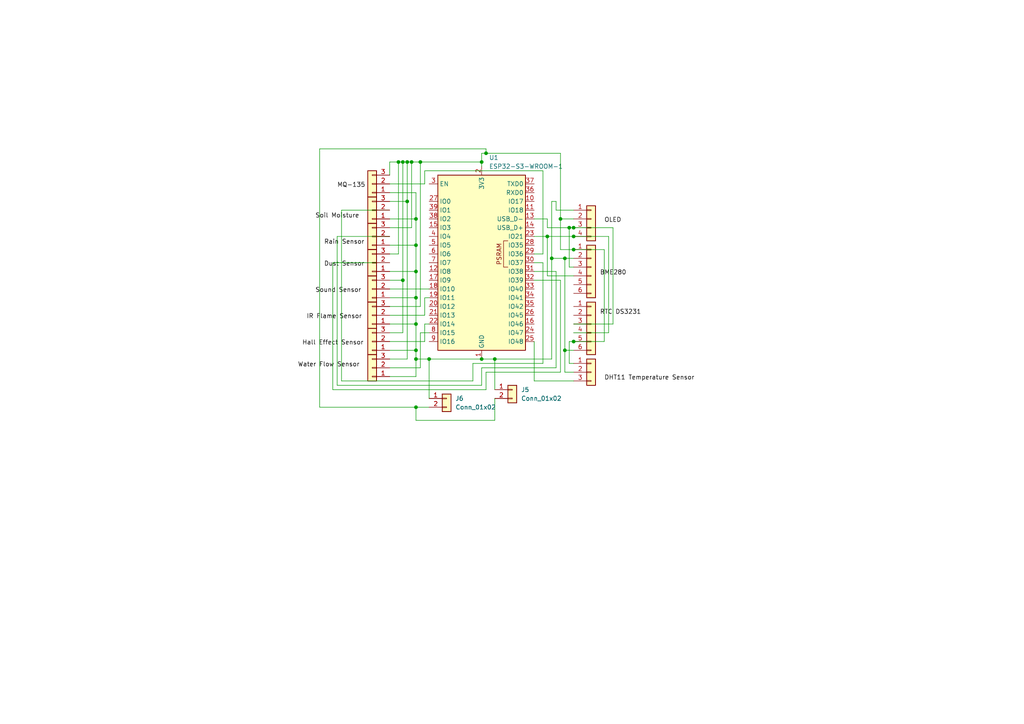
<source format=kicad_sch>
(kicad_sch
	(version 20250114)
	(generator "eeschema")
	(generator_version "9.0")
	(uuid "5659a673-7ad9-4381-8618-ee863ca43d48")
	(paper "A4")
	(lib_symbols
		(symbol "Connector_Generic:Conn_01x02"
			(pin_names
				(offset 1.016)
				(hide yes)
			)
			(exclude_from_sim no)
			(in_bom yes)
			(on_board yes)
			(property "Reference" "J"
				(at 0 2.54 0)
				(effects
					(font
						(size 1.27 1.27)
					)
				)
			)
			(property "Value" "Conn_01x02"
				(at 0 -5.08 0)
				(effects
					(font
						(size 1.27 1.27)
					)
				)
			)
			(property "Footprint" ""
				(at 0 0 0)
				(effects
					(font
						(size 1.27 1.27)
					)
					(hide yes)
				)
			)
			(property "Datasheet" "~"
				(at 0 0 0)
				(effects
					(font
						(size 1.27 1.27)
					)
					(hide yes)
				)
			)
			(property "Description" "Generic connector, single row, 01x02, script generated (kicad-library-utils/schlib/autogen/connector/)"
				(at 0 0 0)
				(effects
					(font
						(size 1.27 1.27)
					)
					(hide yes)
				)
			)
			(property "ki_keywords" "connector"
				(at 0 0 0)
				(effects
					(font
						(size 1.27 1.27)
					)
					(hide yes)
				)
			)
			(property "ki_fp_filters" "Connector*:*_1x??_*"
				(at 0 0 0)
				(effects
					(font
						(size 1.27 1.27)
					)
					(hide yes)
				)
			)
			(symbol "Conn_01x02_1_1"
				(rectangle
					(start -1.27 1.27)
					(end 1.27 -3.81)
					(stroke
						(width 0.254)
						(type default)
					)
					(fill
						(type background)
					)
				)
				(rectangle
					(start -1.27 0.127)
					(end 0 -0.127)
					(stroke
						(width 0.1524)
						(type default)
					)
					(fill
						(type none)
					)
				)
				(rectangle
					(start -1.27 -2.413)
					(end 0 -2.667)
					(stroke
						(width 0.1524)
						(type default)
					)
					(fill
						(type none)
					)
				)
				(pin passive line
					(at -5.08 0 0)
					(length 3.81)
					(name "Pin_1"
						(effects
							(font
								(size 1.27 1.27)
							)
						)
					)
					(number "1"
						(effects
							(font
								(size 1.27 1.27)
							)
						)
					)
				)
				(pin passive line
					(at -5.08 -2.54 0)
					(length 3.81)
					(name "Pin_2"
						(effects
							(font
								(size 1.27 1.27)
							)
						)
					)
					(number "2"
						(effects
							(font
								(size 1.27 1.27)
							)
						)
					)
				)
			)
			(embedded_fonts no)
		)
		(symbol "Connector_Generic:Conn_01x03"
			(pin_names
				(offset 1.016)
				(hide yes)
			)
			(exclude_from_sim no)
			(in_bom yes)
			(on_board yes)
			(property "Reference" "J"
				(at 0 5.08 0)
				(effects
					(font
						(size 1.27 1.27)
					)
				)
			)
			(property "Value" "Conn_01x03"
				(at 0 -5.08 0)
				(effects
					(font
						(size 1.27 1.27)
					)
				)
			)
			(property "Footprint" ""
				(at 0 0 0)
				(effects
					(font
						(size 1.27 1.27)
					)
					(hide yes)
				)
			)
			(property "Datasheet" "~"
				(at 0 0 0)
				(effects
					(font
						(size 1.27 1.27)
					)
					(hide yes)
				)
			)
			(property "Description" "Generic connector, single row, 01x03, script generated (kicad-library-utils/schlib/autogen/connector/)"
				(at 0 0 0)
				(effects
					(font
						(size 1.27 1.27)
					)
					(hide yes)
				)
			)
			(property "ki_keywords" "connector"
				(at 0 0 0)
				(effects
					(font
						(size 1.27 1.27)
					)
					(hide yes)
				)
			)
			(property "ki_fp_filters" "Connector*:*_1x??_*"
				(at 0 0 0)
				(effects
					(font
						(size 1.27 1.27)
					)
					(hide yes)
				)
			)
			(symbol "Conn_01x03_1_1"
				(rectangle
					(start -1.27 3.81)
					(end 1.27 -3.81)
					(stroke
						(width 0.254)
						(type default)
					)
					(fill
						(type background)
					)
				)
				(rectangle
					(start -1.27 2.667)
					(end 0 2.413)
					(stroke
						(width 0.1524)
						(type default)
					)
					(fill
						(type none)
					)
				)
				(rectangle
					(start -1.27 0.127)
					(end 0 -0.127)
					(stroke
						(width 0.1524)
						(type default)
					)
					(fill
						(type none)
					)
				)
				(rectangle
					(start -1.27 -2.413)
					(end 0 -2.667)
					(stroke
						(width 0.1524)
						(type default)
					)
					(fill
						(type none)
					)
				)
				(pin passive line
					(at -5.08 2.54 0)
					(length 3.81)
					(name "Pin_1"
						(effects
							(font
								(size 1.27 1.27)
							)
						)
					)
					(number "1"
						(effects
							(font
								(size 1.27 1.27)
							)
						)
					)
				)
				(pin passive line
					(at -5.08 0 0)
					(length 3.81)
					(name "Pin_2"
						(effects
							(font
								(size 1.27 1.27)
							)
						)
					)
					(number "2"
						(effects
							(font
								(size 1.27 1.27)
							)
						)
					)
				)
				(pin passive line
					(at -5.08 -2.54 0)
					(length 3.81)
					(name "Pin_3"
						(effects
							(font
								(size 1.27 1.27)
							)
						)
					)
					(number "3"
						(effects
							(font
								(size 1.27 1.27)
							)
						)
					)
				)
			)
			(embedded_fonts no)
		)
		(symbol "Connector_Generic:Conn_01x04"
			(pin_names
				(offset 1.016)
				(hide yes)
			)
			(exclude_from_sim no)
			(in_bom yes)
			(on_board yes)
			(property "Reference" "J"
				(at 0 5.08 0)
				(effects
					(font
						(size 1.27 1.27)
					)
				)
			)
			(property "Value" "Conn_01x04"
				(at 0 -7.62 0)
				(effects
					(font
						(size 1.27 1.27)
					)
				)
			)
			(property "Footprint" ""
				(at 0 0 0)
				(effects
					(font
						(size 1.27 1.27)
					)
					(hide yes)
				)
			)
			(property "Datasheet" "~"
				(at 0 0 0)
				(effects
					(font
						(size 1.27 1.27)
					)
					(hide yes)
				)
			)
			(property "Description" "Generic connector, single row, 01x04, script generated (kicad-library-utils/schlib/autogen/connector/)"
				(at 0 0 0)
				(effects
					(font
						(size 1.27 1.27)
					)
					(hide yes)
				)
			)
			(property "ki_keywords" "connector"
				(at 0 0 0)
				(effects
					(font
						(size 1.27 1.27)
					)
					(hide yes)
				)
			)
			(property "ki_fp_filters" "Connector*:*_1x??_*"
				(at 0 0 0)
				(effects
					(font
						(size 1.27 1.27)
					)
					(hide yes)
				)
			)
			(symbol "Conn_01x04_1_1"
				(rectangle
					(start -1.27 3.81)
					(end 1.27 -6.35)
					(stroke
						(width 0.254)
						(type default)
					)
					(fill
						(type background)
					)
				)
				(rectangle
					(start -1.27 2.667)
					(end 0 2.413)
					(stroke
						(width 0.1524)
						(type default)
					)
					(fill
						(type none)
					)
				)
				(rectangle
					(start -1.27 0.127)
					(end 0 -0.127)
					(stroke
						(width 0.1524)
						(type default)
					)
					(fill
						(type none)
					)
				)
				(rectangle
					(start -1.27 -2.413)
					(end 0 -2.667)
					(stroke
						(width 0.1524)
						(type default)
					)
					(fill
						(type none)
					)
				)
				(rectangle
					(start -1.27 -4.953)
					(end 0 -5.207)
					(stroke
						(width 0.1524)
						(type default)
					)
					(fill
						(type none)
					)
				)
				(pin passive line
					(at -5.08 2.54 0)
					(length 3.81)
					(name "Pin_1"
						(effects
							(font
								(size 1.27 1.27)
							)
						)
					)
					(number "1"
						(effects
							(font
								(size 1.27 1.27)
							)
						)
					)
				)
				(pin passive line
					(at -5.08 0 0)
					(length 3.81)
					(name "Pin_2"
						(effects
							(font
								(size 1.27 1.27)
							)
						)
					)
					(number "2"
						(effects
							(font
								(size 1.27 1.27)
							)
						)
					)
				)
				(pin passive line
					(at -5.08 -2.54 0)
					(length 3.81)
					(name "Pin_3"
						(effects
							(font
								(size 1.27 1.27)
							)
						)
					)
					(number "3"
						(effects
							(font
								(size 1.27 1.27)
							)
						)
					)
				)
				(pin passive line
					(at -5.08 -5.08 0)
					(length 3.81)
					(name "Pin_4"
						(effects
							(font
								(size 1.27 1.27)
							)
						)
					)
					(number "4"
						(effects
							(font
								(size 1.27 1.27)
							)
						)
					)
				)
			)
			(embedded_fonts no)
		)
		(symbol "Connector_Generic:Conn_01x06"
			(pin_names
				(offset 1.016)
				(hide yes)
			)
			(exclude_from_sim no)
			(in_bom yes)
			(on_board yes)
			(property "Reference" "J"
				(at 0 7.62 0)
				(effects
					(font
						(size 1.27 1.27)
					)
				)
			)
			(property "Value" "Conn_01x06"
				(at 0 -10.16 0)
				(effects
					(font
						(size 1.27 1.27)
					)
				)
			)
			(property "Footprint" ""
				(at 0 0 0)
				(effects
					(font
						(size 1.27 1.27)
					)
					(hide yes)
				)
			)
			(property "Datasheet" "~"
				(at 0 0 0)
				(effects
					(font
						(size 1.27 1.27)
					)
					(hide yes)
				)
			)
			(property "Description" "Generic connector, single row, 01x06, script generated (kicad-library-utils/schlib/autogen/connector/)"
				(at 0 0 0)
				(effects
					(font
						(size 1.27 1.27)
					)
					(hide yes)
				)
			)
			(property "ki_keywords" "connector"
				(at 0 0 0)
				(effects
					(font
						(size 1.27 1.27)
					)
					(hide yes)
				)
			)
			(property "ki_fp_filters" "Connector*:*_1x??_*"
				(at 0 0 0)
				(effects
					(font
						(size 1.27 1.27)
					)
					(hide yes)
				)
			)
			(symbol "Conn_01x06_1_1"
				(rectangle
					(start -1.27 6.35)
					(end 1.27 -8.89)
					(stroke
						(width 0.254)
						(type default)
					)
					(fill
						(type background)
					)
				)
				(rectangle
					(start -1.27 5.207)
					(end 0 4.953)
					(stroke
						(width 0.1524)
						(type default)
					)
					(fill
						(type none)
					)
				)
				(rectangle
					(start -1.27 2.667)
					(end 0 2.413)
					(stroke
						(width 0.1524)
						(type default)
					)
					(fill
						(type none)
					)
				)
				(rectangle
					(start -1.27 0.127)
					(end 0 -0.127)
					(stroke
						(width 0.1524)
						(type default)
					)
					(fill
						(type none)
					)
				)
				(rectangle
					(start -1.27 -2.413)
					(end 0 -2.667)
					(stroke
						(width 0.1524)
						(type default)
					)
					(fill
						(type none)
					)
				)
				(rectangle
					(start -1.27 -4.953)
					(end 0 -5.207)
					(stroke
						(width 0.1524)
						(type default)
					)
					(fill
						(type none)
					)
				)
				(rectangle
					(start -1.27 -7.493)
					(end 0 -7.747)
					(stroke
						(width 0.1524)
						(type default)
					)
					(fill
						(type none)
					)
				)
				(pin passive line
					(at -5.08 5.08 0)
					(length 3.81)
					(name "Pin_1"
						(effects
							(font
								(size 1.27 1.27)
							)
						)
					)
					(number "1"
						(effects
							(font
								(size 1.27 1.27)
							)
						)
					)
				)
				(pin passive line
					(at -5.08 2.54 0)
					(length 3.81)
					(name "Pin_2"
						(effects
							(font
								(size 1.27 1.27)
							)
						)
					)
					(number "2"
						(effects
							(font
								(size 1.27 1.27)
							)
						)
					)
				)
				(pin passive line
					(at -5.08 0 0)
					(length 3.81)
					(name "Pin_3"
						(effects
							(font
								(size 1.27 1.27)
							)
						)
					)
					(number "3"
						(effects
							(font
								(size 1.27 1.27)
							)
						)
					)
				)
				(pin passive line
					(at -5.08 -2.54 0)
					(length 3.81)
					(name "Pin_4"
						(effects
							(font
								(size 1.27 1.27)
							)
						)
					)
					(number "4"
						(effects
							(font
								(size 1.27 1.27)
							)
						)
					)
				)
				(pin passive line
					(at -5.08 -5.08 0)
					(length 3.81)
					(name "Pin_5"
						(effects
							(font
								(size 1.27 1.27)
							)
						)
					)
					(number "5"
						(effects
							(font
								(size 1.27 1.27)
							)
						)
					)
				)
				(pin passive line
					(at -5.08 -7.62 0)
					(length 3.81)
					(name "Pin_6"
						(effects
							(font
								(size 1.27 1.27)
							)
						)
					)
					(number "6"
						(effects
							(font
								(size 1.27 1.27)
							)
						)
					)
				)
			)
			(embedded_fonts no)
		)
		(symbol "RF_Module:ESP32-S3-WROOM-1"
			(exclude_from_sim no)
			(in_bom yes)
			(on_board yes)
			(property "Reference" "U"
				(at -12.7 26.67 0)
				(effects
					(font
						(size 1.27 1.27)
					)
				)
			)
			(property "Value" "ESP32-S3-WROOM-1"
				(at 12.7 26.67 0)
				(effects
					(font
						(size 1.27 1.27)
					)
				)
			)
			(property "Footprint" "RF_Module:ESP32-S3-WROOM-1"
				(at 0 2.54 0)
				(effects
					(font
						(size 1.27 1.27)
					)
					(hide yes)
				)
			)
			(property "Datasheet" "https://www.espressif.com/sites/default/files/documentation/esp32-s3-wroom-1_wroom-1u_datasheet_en.pdf"
				(at 0 0 0)
				(effects
					(font
						(size 1.27 1.27)
					)
					(hide yes)
				)
			)
			(property "Description" "RF Module, ESP32-S3 SoC, Wi-Fi 802.11b/g/n, Bluetooth, BLE, 32-bit, 3.3V, onboard antenna, SMD"
				(at 0 0 0)
				(effects
					(font
						(size 1.27 1.27)
					)
					(hide yes)
				)
			)
			(property "ki_keywords" "RF Radio BT ESP ESP32-S3 Espressif onboard PCB antenna"
				(at 0 0 0)
				(effects
					(font
						(size 1.27 1.27)
					)
					(hide yes)
				)
			)
			(property "ki_fp_filters" "ESP32?S3?WROOM?1*"
				(at 0 0 0)
				(effects
					(font
						(size 1.27 1.27)
					)
					(hide yes)
				)
			)
			(symbol "ESP32-S3-WROOM-1_0_0"
				(rectangle
					(start -12.7 25.4)
					(end 12.7 -25.4)
					(stroke
						(width 0.254)
						(type default)
					)
					(fill
						(type background)
					)
				)
				(text "PSRAM"
					(at 5.08 2.54 900)
					(effects
						(font
							(size 1.27 1.27)
						)
					)
				)
			)
			(symbol "ESP32-S3-WROOM-1_0_1"
				(polyline
					(pts
						(xy 7.62 -1.27) (xy 6.35 -1.27) (xy 6.35 6.35) (xy 7.62 6.35)
					)
					(stroke
						(width 0)
						(type default)
					)
					(fill
						(type none)
					)
				)
			)
			(symbol "ESP32-S3-WROOM-1_1_1"
				(pin input line
					(at -15.24 22.86 0)
					(length 2.54)
					(name "EN"
						(effects
							(font
								(size 1.27 1.27)
							)
						)
					)
					(number "3"
						(effects
							(font
								(size 1.27 1.27)
							)
						)
					)
				)
				(pin bidirectional line
					(at -15.24 17.78 0)
					(length 2.54)
					(name "IO0"
						(effects
							(font
								(size 1.27 1.27)
							)
						)
					)
					(number "27"
						(effects
							(font
								(size 1.27 1.27)
							)
						)
					)
				)
				(pin bidirectional line
					(at -15.24 15.24 0)
					(length 2.54)
					(name "IO1"
						(effects
							(font
								(size 1.27 1.27)
							)
						)
					)
					(number "39"
						(effects
							(font
								(size 1.27 1.27)
							)
						)
					)
				)
				(pin bidirectional line
					(at -15.24 12.7 0)
					(length 2.54)
					(name "IO2"
						(effects
							(font
								(size 1.27 1.27)
							)
						)
					)
					(number "38"
						(effects
							(font
								(size 1.27 1.27)
							)
						)
					)
				)
				(pin bidirectional line
					(at -15.24 10.16 0)
					(length 2.54)
					(name "IO3"
						(effects
							(font
								(size 1.27 1.27)
							)
						)
					)
					(number "15"
						(effects
							(font
								(size 1.27 1.27)
							)
						)
					)
				)
				(pin bidirectional line
					(at -15.24 7.62 0)
					(length 2.54)
					(name "IO4"
						(effects
							(font
								(size 1.27 1.27)
							)
						)
					)
					(number "4"
						(effects
							(font
								(size 1.27 1.27)
							)
						)
					)
				)
				(pin bidirectional line
					(at -15.24 5.08 0)
					(length 2.54)
					(name "IO5"
						(effects
							(font
								(size 1.27 1.27)
							)
						)
					)
					(number "5"
						(effects
							(font
								(size 1.27 1.27)
							)
						)
					)
				)
				(pin bidirectional line
					(at -15.24 2.54 0)
					(length 2.54)
					(name "IO6"
						(effects
							(font
								(size 1.27 1.27)
							)
						)
					)
					(number "6"
						(effects
							(font
								(size 1.27 1.27)
							)
						)
					)
				)
				(pin bidirectional line
					(at -15.24 0 0)
					(length 2.54)
					(name "IO7"
						(effects
							(font
								(size 1.27 1.27)
							)
						)
					)
					(number "7"
						(effects
							(font
								(size 1.27 1.27)
							)
						)
					)
				)
				(pin bidirectional line
					(at -15.24 -2.54 0)
					(length 2.54)
					(name "IO8"
						(effects
							(font
								(size 1.27 1.27)
							)
						)
					)
					(number "12"
						(effects
							(font
								(size 1.27 1.27)
							)
						)
					)
				)
				(pin bidirectional line
					(at -15.24 -5.08 0)
					(length 2.54)
					(name "IO9"
						(effects
							(font
								(size 1.27 1.27)
							)
						)
					)
					(number "17"
						(effects
							(font
								(size 1.27 1.27)
							)
						)
					)
				)
				(pin bidirectional line
					(at -15.24 -7.62 0)
					(length 2.54)
					(name "IO10"
						(effects
							(font
								(size 1.27 1.27)
							)
						)
					)
					(number "18"
						(effects
							(font
								(size 1.27 1.27)
							)
						)
					)
				)
				(pin bidirectional line
					(at -15.24 -10.16 0)
					(length 2.54)
					(name "IO11"
						(effects
							(font
								(size 1.27 1.27)
							)
						)
					)
					(number "19"
						(effects
							(font
								(size 1.27 1.27)
							)
						)
					)
				)
				(pin bidirectional line
					(at -15.24 -12.7 0)
					(length 2.54)
					(name "IO12"
						(effects
							(font
								(size 1.27 1.27)
							)
						)
					)
					(number "20"
						(effects
							(font
								(size 1.27 1.27)
							)
						)
					)
				)
				(pin bidirectional line
					(at -15.24 -15.24 0)
					(length 2.54)
					(name "IO13"
						(effects
							(font
								(size 1.27 1.27)
							)
						)
					)
					(number "21"
						(effects
							(font
								(size 1.27 1.27)
							)
						)
					)
				)
				(pin bidirectional line
					(at -15.24 -17.78 0)
					(length 2.54)
					(name "IO14"
						(effects
							(font
								(size 1.27 1.27)
							)
						)
					)
					(number "22"
						(effects
							(font
								(size 1.27 1.27)
							)
						)
					)
				)
				(pin bidirectional line
					(at -15.24 -20.32 0)
					(length 2.54)
					(name "IO15"
						(effects
							(font
								(size 1.27 1.27)
							)
						)
					)
					(number "8"
						(effects
							(font
								(size 1.27 1.27)
							)
						)
					)
				)
				(pin bidirectional line
					(at -15.24 -22.86 0)
					(length 2.54)
					(name "IO16"
						(effects
							(font
								(size 1.27 1.27)
							)
						)
					)
					(number "9"
						(effects
							(font
								(size 1.27 1.27)
							)
						)
					)
				)
				(pin power_in line
					(at 0 27.94 270)
					(length 2.54)
					(name "3V3"
						(effects
							(font
								(size 1.27 1.27)
							)
						)
					)
					(number "2"
						(effects
							(font
								(size 1.27 1.27)
							)
						)
					)
				)
				(pin power_in line
					(at 0 -27.94 90)
					(length 2.54)
					(name "GND"
						(effects
							(font
								(size 1.27 1.27)
							)
						)
					)
					(number "1"
						(effects
							(font
								(size 1.27 1.27)
							)
						)
					)
				)
				(pin passive line
					(at 0 -27.94 90)
					(length 2.54)
					(hide yes)
					(name "GND"
						(effects
							(font
								(size 1.27 1.27)
							)
						)
					)
					(number "40"
						(effects
							(font
								(size 1.27 1.27)
							)
						)
					)
				)
				(pin passive line
					(at 0 -27.94 90)
					(length 2.54)
					(hide yes)
					(name "GND"
						(effects
							(font
								(size 1.27 1.27)
							)
						)
					)
					(number "41"
						(effects
							(font
								(size 1.27 1.27)
							)
						)
					)
				)
				(pin bidirectional line
					(at 15.24 22.86 180)
					(length 2.54)
					(name "TXD0"
						(effects
							(font
								(size 1.27 1.27)
							)
						)
					)
					(number "37"
						(effects
							(font
								(size 1.27 1.27)
							)
						)
					)
				)
				(pin bidirectional line
					(at 15.24 20.32 180)
					(length 2.54)
					(name "RXD0"
						(effects
							(font
								(size 1.27 1.27)
							)
						)
					)
					(number "36"
						(effects
							(font
								(size 1.27 1.27)
							)
						)
					)
				)
				(pin bidirectional line
					(at 15.24 17.78 180)
					(length 2.54)
					(name "IO17"
						(effects
							(font
								(size 1.27 1.27)
							)
						)
					)
					(number "10"
						(effects
							(font
								(size 1.27 1.27)
							)
						)
					)
				)
				(pin bidirectional line
					(at 15.24 15.24 180)
					(length 2.54)
					(name "IO18"
						(effects
							(font
								(size 1.27 1.27)
							)
						)
					)
					(number "11"
						(effects
							(font
								(size 1.27 1.27)
							)
						)
					)
				)
				(pin bidirectional line
					(at 15.24 12.7 180)
					(length 2.54)
					(name "USB_D-"
						(effects
							(font
								(size 1.27 1.27)
							)
						)
					)
					(number "13"
						(effects
							(font
								(size 1.27 1.27)
							)
						)
					)
					(alternate "IO19" bidirectional line)
				)
				(pin bidirectional line
					(at 15.24 10.16 180)
					(length 2.54)
					(name "USB_D+"
						(effects
							(font
								(size 1.27 1.27)
							)
						)
					)
					(number "14"
						(effects
							(font
								(size 1.27 1.27)
							)
						)
					)
					(alternate "IO20" bidirectional line)
				)
				(pin bidirectional line
					(at 15.24 7.62 180)
					(length 2.54)
					(name "IO21"
						(effects
							(font
								(size 1.27 1.27)
							)
						)
					)
					(number "23"
						(effects
							(font
								(size 1.27 1.27)
							)
						)
					)
				)
				(pin bidirectional line
					(at 15.24 5.08 180)
					(length 2.54)
					(name "IO35"
						(effects
							(font
								(size 1.27 1.27)
							)
						)
					)
					(number "28"
						(effects
							(font
								(size 1.27 1.27)
							)
						)
					)
				)
				(pin bidirectional line
					(at 15.24 2.54 180)
					(length 2.54)
					(name "IO36"
						(effects
							(font
								(size 1.27 1.27)
							)
						)
					)
					(number "29"
						(effects
							(font
								(size 1.27 1.27)
							)
						)
					)
				)
				(pin bidirectional line
					(at 15.24 0 180)
					(length 2.54)
					(name "IO37"
						(effects
							(font
								(size 1.27 1.27)
							)
						)
					)
					(number "30"
						(effects
							(font
								(size 1.27 1.27)
							)
						)
					)
				)
				(pin bidirectional line
					(at 15.24 -2.54 180)
					(length 2.54)
					(name "IO38"
						(effects
							(font
								(size 1.27 1.27)
							)
						)
					)
					(number "31"
						(effects
							(font
								(size 1.27 1.27)
							)
						)
					)
				)
				(pin bidirectional line
					(at 15.24 -5.08 180)
					(length 2.54)
					(name "IO39"
						(effects
							(font
								(size 1.27 1.27)
							)
						)
					)
					(number "32"
						(effects
							(font
								(size 1.27 1.27)
							)
						)
					)
				)
				(pin bidirectional line
					(at 15.24 -7.62 180)
					(length 2.54)
					(name "IO40"
						(effects
							(font
								(size 1.27 1.27)
							)
						)
					)
					(number "33"
						(effects
							(font
								(size 1.27 1.27)
							)
						)
					)
				)
				(pin bidirectional line
					(at 15.24 -10.16 180)
					(length 2.54)
					(name "IO41"
						(effects
							(font
								(size 1.27 1.27)
							)
						)
					)
					(number "34"
						(effects
							(font
								(size 1.27 1.27)
							)
						)
					)
				)
				(pin bidirectional line
					(at 15.24 -12.7 180)
					(length 2.54)
					(name "IO42"
						(effects
							(font
								(size 1.27 1.27)
							)
						)
					)
					(number "35"
						(effects
							(font
								(size 1.27 1.27)
							)
						)
					)
				)
				(pin bidirectional line
					(at 15.24 -15.24 180)
					(length 2.54)
					(name "IO45"
						(effects
							(font
								(size 1.27 1.27)
							)
						)
					)
					(number "26"
						(effects
							(font
								(size 1.27 1.27)
							)
						)
					)
				)
				(pin bidirectional line
					(at 15.24 -17.78 180)
					(length 2.54)
					(name "IO46"
						(effects
							(font
								(size 1.27 1.27)
							)
						)
					)
					(number "16"
						(effects
							(font
								(size 1.27 1.27)
							)
						)
					)
				)
				(pin bidirectional line
					(at 15.24 -20.32 180)
					(length 2.54)
					(name "IO47"
						(effects
							(font
								(size 1.27 1.27)
							)
						)
					)
					(number "24"
						(effects
							(font
								(size 1.27 1.27)
							)
						)
					)
				)
				(pin bidirectional line
					(at 15.24 -22.86 180)
					(length 2.54)
					(name "IO48"
						(effects
							(font
								(size 1.27 1.27)
							)
						)
					)
					(number "25"
						(effects
							(font
								(size 1.27 1.27)
							)
						)
					)
				)
			)
			(embedded_fonts no)
		)
	)
	(junction
		(at 120.65 101.6)
		(diameter 0)
		(color 0 0 0 0)
		(uuid "0897613c-28d6-4344-9168-487d45f46597")
	)
	(junction
		(at 139.7 104.14)
		(diameter 0)
		(color 0 0 0 0)
		(uuid "0fbe335d-f7ac-4483-a344-43f2781940d5")
	)
	(junction
		(at 166.37 72.39)
		(diameter 0)
		(color 0 0 0 0)
		(uuid "207e808d-b476-42da-8cef-3bfe5bb1d88a")
	)
	(junction
		(at 115.57 46.99)
		(diameter 0)
		(color 0 0 0 0)
		(uuid "25c75187-87fa-4b3f-bbe5-3433ab31c708")
	)
	(junction
		(at 163.83 74.93)
		(diameter 0)
		(color 0 0 0 0)
		(uuid "2a14c515-8ccb-4238-a968-3ada6322add9")
	)
	(junction
		(at 139.7 46.99)
		(diameter 0)
		(color 0 0 0 0)
		(uuid "30549fa1-f5f0-4a15-ab28-8f131df9c0ad")
	)
	(junction
		(at 116.84 46.99)
		(diameter 0)
		(color 0 0 0 0)
		(uuid "34b7a77d-b80a-463a-b14b-029f3f665fa5")
	)
	(junction
		(at 120.65 93.98)
		(diameter 0)
		(color 0 0 0 0)
		(uuid "45d19e95-3098-4c8f-80bd-41779e5c5dff")
	)
	(junction
		(at 166.37 68.58)
		(diameter 0)
		(color 0 0 0 0)
		(uuid "462588f6-0d4e-4e81-833b-37449a04a6df")
	)
	(junction
		(at 121.92 46.99)
		(diameter 0)
		(color 0 0 0 0)
		(uuid "4dd249bb-e38e-4c0a-a8e6-ffc4e105481c")
	)
	(junction
		(at 118.11 46.99)
		(diameter 0)
		(color 0 0 0 0)
		(uuid "5c671837-86a5-43e9-8311-82a44ed97411")
	)
	(junction
		(at 140.97 44.45)
		(diameter 0)
		(color 0 0 0 0)
		(uuid "5c7d15e6-0e61-443b-902e-e6948c3498d1")
	)
	(junction
		(at 160.02 74.93)
		(diameter 0)
		(color 0 0 0 0)
		(uuid "5f7fe69f-f6ae-49f2-a09f-367de1ec7565")
	)
	(junction
		(at 120.65 71.12)
		(diameter 0)
		(color 0 0 0 0)
		(uuid "635402e4-f409-4208-9855-b2689b229bb9")
	)
	(junction
		(at 120.65 86.36)
		(diameter 0)
		(color 0 0 0 0)
		(uuid "6d9febe4-e7be-41ce-a178-37b09cfd6154")
	)
	(junction
		(at 166.37 66.04)
		(diameter 0)
		(color 0 0 0 0)
		(uuid "75476845-4f66-453f-8edf-c0be4008de24")
	)
	(junction
		(at 120.65 78.74)
		(diameter 0)
		(color 0 0 0 0)
		(uuid "79343f2c-4c0c-418a-bd31-64be177380e8")
	)
	(junction
		(at 166.37 99.06)
		(diameter 0)
		(color 0 0 0 0)
		(uuid "902ddf6d-da67-4a46-8beb-a1e0bcc97ab2")
	)
	(junction
		(at 120.65 63.5)
		(diameter 0)
		(color 0 0 0 0)
		(uuid "96ecf817-5210-49c6-91fe-520d079bacc3")
	)
	(junction
		(at 165.1 66.04)
		(diameter 0)
		(color 0 0 0 0)
		(uuid "97a2a884-5a33-40d7-bde6-4550baff4b27")
	)
	(junction
		(at 118.11 58.42)
		(diameter 0)
		(color 0 0 0 0)
		(uuid "99fc4c33-1d73-4fdd-b29c-51560efc745f")
	)
	(junction
		(at 124.46 104.14)
		(diameter 0)
		(color 0 0 0 0)
		(uuid "9c88eaf5-0927-47fc-b637-2501a43fde36")
	)
	(junction
		(at 116.84 81.28)
		(diameter 0)
		(color 0 0 0 0)
		(uuid "9dea351c-efb7-4c43-b11a-a24bce4c6454")
	)
	(junction
		(at 162.56 63.5)
		(diameter 0)
		(color 0 0 0 0)
		(uuid "ac4ad260-9d73-46d9-92a6-0be05195cc1f")
	)
	(junction
		(at 158.75 68.58)
		(diameter 0)
		(color 0 0 0 0)
		(uuid "d5c857e2-27a1-404c-b94b-702f05242bcd")
	)
	(junction
		(at 163.83 101.6)
		(diameter 0)
		(color 0 0 0 0)
		(uuid "dab1dbab-6055-44ab-9e27-46f09c5ba9c0")
	)
	(junction
		(at 120.65 118.11)
		(diameter 0)
		(color 0 0 0 0)
		(uuid "dce3535d-a4ee-4953-8ae8-d604870ccd40")
	)
	(junction
		(at 120.65 104.14)
		(diameter 0)
		(color 0 0 0 0)
		(uuid "e435badc-8fb1-4402-b994-5318aec90c1e")
	)
	(junction
		(at 143.51 104.14)
		(diameter 0)
		(color 0 0 0 0)
		(uuid "eca67697-1ca9-4605-bee9-cfe641fde630")
	)
	(junction
		(at 119.38 46.99)
		(diameter 0)
		(color 0 0 0 0)
		(uuid "f126d9f3-aae5-4925-b8f8-d371b7cebf0e")
	)
	(wire
		(pts
			(xy 113.03 101.6) (xy 120.65 101.6)
		)
		(stroke
			(width 0)
			(type default)
		)
		(uuid "00ef3724-4e6e-409a-8b4c-60517681912f")
	)
	(wire
		(pts
			(xy 118.11 58.42) (xy 118.11 104.14)
		)
		(stroke
			(width 0)
			(type default)
		)
		(uuid "0125fa0a-44ae-47b9-9e8a-13407cba73f0")
	)
	(wire
		(pts
			(xy 177.8 93.98) (xy 177.8 66.04)
		)
		(stroke
			(width 0)
			(type default)
		)
		(uuid "01d14aa9-8130-439a-a8c9-232de92a082a")
	)
	(wire
		(pts
			(xy 160.02 74.93) (xy 163.83 74.93)
		)
		(stroke
			(width 0)
			(type default)
		)
		(uuid "04906f84-75b0-4fe7-8cef-08c9689064e2")
	)
	(wire
		(pts
			(xy 157.48 105.41) (xy 157.48 76.2)
		)
		(stroke
			(width 0)
			(type default)
		)
		(uuid "0a826204-4755-41b8-8762-bf6f342aaec3")
	)
	(wire
		(pts
			(xy 97.79 111.76) (xy 139.7 111.76)
		)
		(stroke
			(width 0)
			(type default)
		)
		(uuid "0c53528e-1fc8-47d3-8ccd-35b744987f2a")
	)
	(wire
		(pts
			(xy 162.56 107.95) (xy 162.56 81.28)
		)
		(stroke
			(width 0)
			(type default)
		)
		(uuid "0e535748-539f-4768-bad0-7a18c3a299d4")
	)
	(wire
		(pts
			(xy 120.65 63.5) (xy 120.65 71.12)
		)
		(stroke
			(width 0)
			(type default)
		)
		(uuid "110775e5-2c9f-4195-958f-25e867b9a945")
	)
	(wire
		(pts
			(xy 162.56 63.5) (xy 166.37 63.5)
		)
		(stroke
			(width 0)
			(type default)
		)
		(uuid "11a91e79-f548-404e-a4b1-2e1e4da4b7ff")
	)
	(wire
		(pts
			(xy 166.37 101.6) (xy 163.83 101.6)
		)
		(stroke
			(width 0)
			(type default)
		)
		(uuid "1525fb18-7cd5-45eb-8cdc-24a83d72f483")
	)
	(wire
		(pts
			(xy 113.03 73.66) (xy 115.57 73.66)
		)
		(stroke
			(width 0)
			(type default)
		)
		(uuid "16ccde6d-93ef-42c1-ad14-83d4d5bdeb47")
	)
	(wire
		(pts
			(xy 113.03 78.74) (xy 120.65 78.74)
		)
		(stroke
			(width 0)
			(type default)
		)
		(uuid "1743b81b-f716-4242-8854-fff3a46cb87d")
	)
	(wire
		(pts
			(xy 123.19 49.53) (xy 157.48 49.53)
		)
		(stroke
			(width 0)
			(type default)
		)
		(uuid "1b05638d-bfbd-4769-a564-00fab9afb324")
	)
	(wire
		(pts
			(xy 99.06 60.96) (xy 99.06 110.49)
		)
		(stroke
			(width 0)
			(type default)
		)
		(uuid "1c222854-831d-435c-929e-b9fad4dfeff8")
	)
	(wire
		(pts
			(xy 113.03 68.58) (xy 97.79 68.58)
		)
		(stroke
			(width 0)
			(type default)
		)
		(uuid "210b0f28-f93f-40a3-89ca-2fcd401556ca")
	)
	(wire
		(pts
			(xy 140.97 113.03) (xy 140.97 107.95)
		)
		(stroke
			(width 0)
			(type default)
		)
		(uuid "2286171f-a3c0-4ea2-a3f4-ad102059399c")
	)
	(wire
		(pts
			(xy 124.46 115.57) (xy 124.46 104.14)
		)
		(stroke
			(width 0)
			(type default)
		)
		(uuid "2414520e-6844-45bd-a933-77f925e6834b")
	)
	(wire
		(pts
			(xy 176.53 96.52) (xy 176.53 68.58)
		)
		(stroke
			(width 0)
			(type default)
		)
		(uuid "2472aa54-6200-47f5-a299-512307c362c3")
	)
	(wire
		(pts
			(xy 120.65 109.22) (xy 120.65 104.14)
		)
		(stroke
			(width 0)
			(type default)
		)
		(uuid "27090610-51ab-4d6b-a30e-2c647c3c49ae")
	)
	(wire
		(pts
			(xy 158.75 66.04) (xy 165.1 66.04)
		)
		(stroke
			(width 0)
			(type default)
		)
		(uuid "276cc61b-2d19-46c7-bd03-a220b234f8f0")
	)
	(wire
		(pts
			(xy 123.19 91.44) (xy 123.19 86.36)
		)
		(stroke
			(width 0)
			(type default)
		)
		(uuid "2afdce72-dfb9-4122-b986-fa7617623617")
	)
	(wire
		(pts
			(xy 143.51 113.03) (xy 143.51 104.14)
		)
		(stroke
			(width 0)
			(type default)
		)
		(uuid "2ea564a7-27c7-4d6c-8249-60eee89d6c28")
	)
	(wire
		(pts
			(xy 139.7 106.68) (xy 161.29 106.68)
		)
		(stroke
			(width 0)
			(type default)
		)
		(uuid "2ee89467-564a-4b72-916b-3bc616edfdb6")
	)
	(wire
		(pts
			(xy 162.56 81.28) (xy 154.94 81.28)
		)
		(stroke
			(width 0)
			(type default)
		)
		(uuid "2fb25af2-bf54-45c1-8bce-87b7fa4772c3")
	)
	(wire
		(pts
			(xy 166.37 60.96) (xy 161.29 60.96)
		)
		(stroke
			(width 0)
			(type default)
		)
		(uuid "30695786-759c-4ef8-a1e6-e04529500e28")
	)
	(wire
		(pts
			(xy 113.03 55.88) (xy 120.65 55.88)
		)
		(stroke
			(width 0)
			(type default)
		)
		(uuid "3479fce1-d3a2-438e-8877-c4c73c4c21ee")
	)
	(wire
		(pts
			(xy 113.03 109.22) (xy 120.65 109.22)
		)
		(stroke
			(width 0)
			(type default)
		)
		(uuid "35d6b3e5-fda1-4c94-b03f-84f42b837ecc")
	)
	(wire
		(pts
			(xy 121.92 46.99) (xy 139.7 46.99)
		)
		(stroke
			(width 0)
			(type default)
		)
		(uuid "3722dc41-6fbb-4357-9c90-a7429e2c1b26")
	)
	(wire
		(pts
			(xy 166.37 72.39) (xy 175.26 72.39)
		)
		(stroke
			(width 0)
			(type default)
		)
		(uuid "39cef9bd-ceee-4e3a-9a7c-d334da5ed68b")
	)
	(wire
		(pts
			(xy 113.03 63.5) (xy 120.65 63.5)
		)
		(stroke
			(width 0)
			(type default)
		)
		(uuid "3bd44118-9033-4b8f-94dd-7190a9c4676b")
	)
	(wire
		(pts
			(xy 123.19 99.06) (xy 123.19 93.98)
		)
		(stroke
			(width 0)
			(type default)
		)
		(uuid "3d5bae29-a27a-4204-9191-93ddd71a853b")
	)
	(wire
		(pts
			(xy 157.48 76.2) (xy 154.94 76.2)
		)
		(stroke
			(width 0)
			(type default)
		)
		(uuid "3e728f2e-7f63-40a8-bba2-6ed0847ff165")
	)
	(wire
		(pts
			(xy 166.37 93.98) (xy 177.8 93.98)
		)
		(stroke
			(width 0)
			(type default)
		)
		(uuid "3e8c8cf9-0473-45d4-8c0e-56944f3a0179")
	)
	(wire
		(pts
			(xy 166.37 96.52) (xy 176.53 96.52)
		)
		(stroke
			(width 0)
			(type default)
		)
		(uuid "3fb57f3c-33c4-4b24-96f0-b921836abfc4")
	)
	(wire
		(pts
			(xy 115.57 46.99) (xy 116.84 46.99)
		)
		(stroke
			(width 0)
			(type default)
		)
		(uuid "405c630d-27d6-444d-80bd-0e6f3244eb0d")
	)
	(wire
		(pts
			(xy 165.1 105.41) (xy 165.1 99.06)
		)
		(stroke
			(width 0)
			(type default)
		)
		(uuid "40b8f1c0-bfdf-48d4-b25a-e20a3778652d")
	)
	(wire
		(pts
			(xy 121.92 106.68) (xy 121.92 96.52)
		)
		(stroke
			(width 0)
			(type default)
		)
		(uuid "4177f577-ce77-4ff4-80b5-cdcbf4ce55a3")
	)
	(wire
		(pts
			(xy 166.37 77.47) (xy 165.1 77.47)
		)
		(stroke
			(width 0)
			(type default)
		)
		(uuid "43b79ec1-b030-4cc0-8d18-aa232f7c444f")
	)
	(wire
		(pts
			(xy 120.65 118.11) (xy 92.71 118.11)
		)
		(stroke
			(width 0)
			(type default)
		)
		(uuid "44241285-e746-43d0-8181-c0ebf38e5d14")
	)
	(wire
		(pts
			(xy 113.03 46.99) (xy 115.57 46.99)
		)
		(stroke
			(width 0)
			(type default)
		)
		(uuid "45f40f08-d438-415b-83cc-49023421bd6d")
	)
	(wire
		(pts
			(xy 120.65 71.12) (xy 120.65 78.74)
		)
		(stroke
			(width 0)
			(type default)
		)
		(uuid "47b6825d-26d7-4bfa-bb66-f0d54ddf04e0")
	)
	(wire
		(pts
			(xy 113.03 76.2) (xy 96.52 76.2)
		)
		(stroke
			(width 0)
			(type default)
		)
		(uuid "484e6d9d-4f95-4bc0-84ac-fe02bef35a01")
	)
	(wire
		(pts
			(xy 166.37 110.49) (xy 154.94 110.49)
		)
		(stroke
			(width 0)
			(type default)
		)
		(uuid "488d4f1e-ed02-4208-820e-1513729ba25d")
	)
	(wire
		(pts
			(xy 96.52 113.03) (xy 140.97 113.03)
		)
		(stroke
			(width 0)
			(type default)
		)
		(uuid "54723d16-d317-46fe-9340-a2ef67beccf1")
	)
	(wire
		(pts
			(xy 96.52 76.2) (xy 96.52 113.03)
		)
		(stroke
			(width 0)
			(type default)
		)
		(uuid "54d4dec7-d29a-4553-8eeb-3aa97f7988b9")
	)
	(wire
		(pts
			(xy 121.92 88.9) (xy 121.92 46.99)
		)
		(stroke
			(width 0)
			(type default)
		)
		(uuid "57719dd3-6039-4702-85d8-c51b42d5d938")
	)
	(wire
		(pts
			(xy 161.29 106.68) (xy 161.29 78.74)
		)
		(stroke
			(width 0)
			(type default)
		)
		(uuid "57f0d37b-2193-4d6b-bfa1-0299b69b3085")
	)
	(wire
		(pts
			(xy 120.65 55.88) (xy 120.65 63.5)
		)
		(stroke
			(width 0)
			(type default)
		)
		(uuid "59ededaf-2595-49d6-b58b-b67e40b96af8")
	)
	(wire
		(pts
			(xy 165.1 66.04) (xy 166.37 66.04)
		)
		(stroke
			(width 0)
			(type default)
		)
		(uuid "5c26fb6d-7e64-4ad0-a635-53e01a869620")
	)
	(wire
		(pts
			(xy 116.84 46.99) (xy 116.84 81.28)
		)
		(stroke
			(width 0)
			(type default)
		)
		(uuid "5c6635e7-f6a6-4cb3-8bc2-b0f7069fc8f9")
	)
	(wire
		(pts
			(xy 123.19 93.98) (xy 124.46 93.98)
		)
		(stroke
			(width 0)
			(type default)
		)
		(uuid "60eaaca8-0918-4e00-af59-6b56997773bf")
	)
	(wire
		(pts
			(xy 120.65 78.74) (xy 120.65 86.36)
		)
		(stroke
			(width 0)
			(type default)
		)
		(uuid "621154b3-d953-40de-a6c4-fa0ca4de6afc")
	)
	(wire
		(pts
			(xy 162.56 72.39) (xy 162.56 63.5)
		)
		(stroke
			(width 0)
			(type default)
		)
		(uuid "629ab9ce-f9a6-43ee-93f7-27f0aa38781d")
	)
	(wire
		(pts
			(xy 116.84 46.99) (xy 118.11 46.99)
		)
		(stroke
			(width 0)
			(type default)
		)
		(uuid "65db7f07-cb3d-4534-98cc-ae20c4b4f2b2")
	)
	(wire
		(pts
			(xy 143.51 104.14) (xy 160.02 104.14)
		)
		(stroke
			(width 0)
			(type default)
		)
		(uuid "66e9a264-8fac-4449-b197-fa3501f4fad0")
	)
	(wire
		(pts
			(xy 120.65 104.14) (xy 124.46 104.14)
		)
		(stroke
			(width 0)
			(type default)
		)
		(uuid "6889ae6a-feb9-4cf5-b972-8d145001b7df")
	)
	(wire
		(pts
			(xy 120.65 121.92) (xy 120.65 118.11)
		)
		(stroke
			(width 0)
			(type default)
		)
		(uuid "68b76a16-ad48-4e43-a4bf-415c94337f5d")
	)
	(wire
		(pts
			(xy 113.03 91.44) (xy 123.19 91.44)
		)
		(stroke
			(width 0)
			(type default)
		)
		(uuid "6b5d2501-6f7d-43f5-b7ef-d86cf61be12b")
	)
	(wire
		(pts
			(xy 165.1 77.47) (xy 165.1 66.04)
		)
		(stroke
			(width 0)
			(type default)
		)
		(uuid "6cd16409-53d3-437a-8ceb-450bc972b821")
	)
	(wire
		(pts
			(xy 166.37 99.06) (xy 175.26 99.06)
		)
		(stroke
			(width 0)
			(type default)
		)
		(uuid "6de50147-cfe4-44a1-a2cf-0d011b9041e2")
	)
	(wire
		(pts
			(xy 166.37 68.58) (xy 176.53 68.58)
		)
		(stroke
			(width 0)
			(type default)
		)
		(uuid "6e80aeda-9676-460c-9cda-ff368cd2dfd3")
	)
	(wire
		(pts
			(xy 139.7 44.45) (xy 139.7 46.99)
		)
		(stroke
			(width 0)
			(type default)
		)
		(uuid "6eee2863-8160-4977-b443-50c93a90914c")
	)
	(wire
		(pts
			(xy 157.48 73.66) (xy 154.94 73.66)
		)
		(stroke
			(width 0)
			(type default)
		)
		(uuid "70338bc8-c320-4ea5-858a-9fa28efa6941")
	)
	(wire
		(pts
			(xy 119.38 46.99) (xy 121.92 46.99)
		)
		(stroke
			(width 0)
			(type default)
		)
		(uuid "718b1d24-14b7-415d-b289-fcd334372f0a")
	)
	(wire
		(pts
			(xy 119.38 66.04) (xy 119.38 46.99)
		)
		(stroke
			(width 0)
			(type default)
		)
		(uuid "71bd617b-0574-43f7-b45f-d5080dddd37a")
	)
	(wire
		(pts
			(xy 113.03 86.36) (xy 120.65 86.36)
		)
		(stroke
			(width 0)
			(type default)
		)
		(uuid "7290df3b-95c9-46cb-8672-f517d216eb3c")
	)
	(wire
		(pts
			(xy 154.94 110.49) (xy 154.94 99.06)
		)
		(stroke
			(width 0)
			(type default)
		)
		(uuid "73c366dd-1e5d-4817-8967-bf8b7110cf6f")
	)
	(wire
		(pts
			(xy 158.75 63.5) (xy 158.75 66.04)
		)
		(stroke
			(width 0)
			(type default)
		)
		(uuid "7518011f-ea36-47ed-a0c0-52180efd7163")
	)
	(wire
		(pts
			(xy 165.1 99.06) (xy 166.37 99.06)
		)
		(stroke
			(width 0)
			(type default)
		)
		(uuid "752242a5-4eee-4da4-b126-a8fd6c1e9484")
	)
	(wire
		(pts
			(xy 154.94 68.58) (xy 158.75 68.58)
		)
		(stroke
			(width 0)
			(type default)
		)
		(uuid "77b80e54-16a6-447f-81aa-a1b7023bb037")
	)
	(wire
		(pts
			(xy 113.03 104.14) (xy 118.11 104.14)
		)
		(stroke
			(width 0)
			(type default)
		)
		(uuid "7be6a75c-a912-4a7c-b4db-df3fdaee4ab7")
	)
	(wire
		(pts
			(xy 162.56 72.39) (xy 166.37 72.39)
		)
		(stroke
			(width 0)
			(type default)
		)
		(uuid "7e95406c-843b-42f4-a1c7-5b8779975d0f")
	)
	(wire
		(pts
			(xy 162.56 44.45) (xy 140.97 44.45)
		)
		(stroke
			(width 0)
			(type default)
		)
		(uuid "81b8719b-e70e-498b-b755-d4c5cac675d1")
	)
	(wire
		(pts
			(xy 143.51 115.57) (xy 143.51 121.92)
		)
		(stroke
			(width 0)
			(type default)
		)
		(uuid "85e1fa36-8d9d-4fce-ab91-93933bc48bf4")
	)
	(wire
		(pts
			(xy 115.57 73.66) (xy 115.57 46.99)
		)
		(stroke
			(width 0)
			(type default)
		)
		(uuid "880240be-33eb-4311-8c18-efffca8d70a9")
	)
	(wire
		(pts
			(xy 161.29 78.74) (xy 154.94 78.74)
		)
		(stroke
			(width 0)
			(type default)
		)
		(uuid "887eec30-69b7-4053-badb-5d1068bbb1a2")
	)
	(wire
		(pts
			(xy 163.83 107.95) (xy 163.83 101.6)
		)
		(stroke
			(width 0)
			(type default)
		)
		(uuid "8a075042-8a6c-4adf-9ffd-1fc510477b2f")
	)
	(wire
		(pts
			(xy 99.06 110.49) (xy 137.16 110.49)
		)
		(stroke
			(width 0)
			(type default)
		)
		(uuid "8a43253f-37a8-4068-86b3-6fc75b31f75a")
	)
	(wire
		(pts
			(xy 163.83 101.6) (xy 163.83 74.93)
		)
		(stroke
			(width 0)
			(type default)
		)
		(uuid "8a537f72-d615-4351-aad6-1902c3dfd127")
	)
	(wire
		(pts
			(xy 123.19 86.36) (xy 124.46 86.36)
		)
		(stroke
			(width 0)
			(type default)
		)
		(uuid "8a8ff2f8-391e-479e-8ce1-3f5b908aa1a8")
	)
	(wire
		(pts
			(xy 175.26 99.06) (xy 175.26 72.39)
		)
		(stroke
			(width 0)
			(type default)
		)
		(uuid "8e411d3e-9812-407b-ba05-d5dc40b76e36")
	)
	(wire
		(pts
			(xy 139.7 104.14) (xy 143.51 104.14)
		)
		(stroke
			(width 0)
			(type default)
		)
		(uuid "8f641f6d-2cff-428d-bb4a-e9465923d7ba")
	)
	(wire
		(pts
			(xy 113.03 81.28) (xy 116.84 81.28)
		)
		(stroke
			(width 0)
			(type default)
		)
		(uuid "8fcf5b61-8ebe-4337-aea2-d988696bea84")
	)
	(wire
		(pts
			(xy 113.03 106.68) (xy 121.92 106.68)
		)
		(stroke
			(width 0)
			(type default)
		)
		(uuid "91290698-aab3-491d-8314-a49c5f6907ff")
	)
	(wire
		(pts
			(xy 118.11 46.99) (xy 119.38 46.99)
		)
		(stroke
			(width 0)
			(type default)
		)
		(uuid "93f638f1-2afa-4ca7-ae6f-2cd742414194")
	)
	(wire
		(pts
			(xy 160.02 58.42) (xy 160.02 74.93)
		)
		(stroke
			(width 0)
			(type default)
		)
		(uuid "95452cb6-bccb-467f-aa06-4717b4cd923a")
	)
	(wire
		(pts
			(xy 166.37 105.41) (xy 165.1 105.41)
		)
		(stroke
			(width 0)
			(type default)
		)
		(uuid "9828799f-ce60-4d69-9ef4-6f77f3042ad9")
	)
	(wire
		(pts
			(xy 92.71 118.11) (xy 92.71 43.18)
		)
		(stroke
			(width 0)
			(type default)
		)
		(uuid "9be56efc-a826-4c51-b903-07aa71786d8c")
	)
	(wire
		(pts
			(xy 124.46 118.11) (xy 120.65 118.11)
		)
		(stroke
			(width 0)
			(type default)
		)
		(uuid "9de777d4-b77a-418e-b8db-0329016572e4")
	)
	(wire
		(pts
			(xy 116.84 81.28) (xy 116.84 96.52)
		)
		(stroke
			(width 0)
			(type default)
		)
		(uuid "9e46f673-c64b-45a4-952d-f6c7c02af364")
	)
	(wire
		(pts
			(xy 139.7 46.99) (xy 139.7 48.26)
		)
		(stroke
			(width 0)
			(type default)
		)
		(uuid "a308758c-f48b-4ff6-95ff-5fa3b07952bd")
	)
	(wire
		(pts
			(xy 120.65 101.6) (xy 120.65 104.14)
		)
		(stroke
			(width 0)
			(type default)
		)
		(uuid "a51e5266-357e-4f3f-98ee-5e58626a2dd7")
	)
	(wire
		(pts
			(xy 118.11 46.99) (xy 118.11 58.42)
		)
		(stroke
			(width 0)
			(type default)
		)
		(uuid "a8dd3844-3d71-4ef2-9740-8efcd6d94eb6")
	)
	(wire
		(pts
			(xy 140.97 44.45) (xy 139.7 44.45)
		)
		(stroke
			(width 0)
			(type default)
		)
		(uuid "ab2a4030-8479-47e1-b3a3-cd2490fd7c94")
	)
	(wire
		(pts
			(xy 157.48 49.53) (xy 157.48 73.66)
		)
		(stroke
			(width 0)
			(type default)
		)
		(uuid "ad03f411-a4c3-4e30-bcc3-f85501c6d377")
	)
	(wire
		(pts
			(xy 166.37 80.01) (xy 158.75 80.01)
		)
		(stroke
			(width 0)
			(type default)
		)
		(uuid "ad143130-4390-4f73-92db-eda5a2e31d47")
	)
	(wire
		(pts
			(xy 166.37 107.95) (xy 163.83 107.95)
		)
		(stroke
			(width 0)
			(type default)
		)
		(uuid "af4beac0-ff3c-4bf9-bd86-c3f33f87d334")
	)
	(wire
		(pts
			(xy 120.65 86.36) (xy 120.65 93.98)
		)
		(stroke
			(width 0)
			(type default)
		)
		(uuid "b125c400-4baf-4af3-a684-8036bb673c2d")
	)
	(wire
		(pts
			(xy 160.02 74.93) (xy 160.02 104.14)
		)
		(stroke
			(width 0)
			(type default)
		)
		(uuid "b144c386-fa08-4ae4-b223-caeeb216753e")
	)
	(wire
		(pts
			(xy 140.97 107.95) (xy 162.56 107.95)
		)
		(stroke
			(width 0)
			(type default)
		)
		(uuid "b1944290-2eb5-4339-86a4-22b1ba83e38d")
	)
	(wire
		(pts
			(xy 113.03 88.9) (xy 121.92 88.9)
		)
		(stroke
			(width 0)
			(type default)
		)
		(uuid "b2c0c9c9-e4e8-4662-b626-662c8c6ee1aa")
	)
	(wire
		(pts
			(xy 92.71 43.18) (xy 140.97 43.18)
		)
		(stroke
			(width 0)
			(type default)
		)
		(uuid "b3a46ea9-e565-4b01-8671-706b04fa7ca1")
	)
	(wire
		(pts
			(xy 113.03 60.96) (xy 99.06 60.96)
		)
		(stroke
			(width 0)
			(type default)
		)
		(uuid "b4ca8b5e-5e3a-47d3-b425-fa852af4075b")
	)
	(wire
		(pts
			(xy 162.56 63.5) (xy 162.56 44.45)
		)
		(stroke
			(width 0)
			(type default)
		)
		(uuid "b923f6d8-4c2c-4307-913e-9c91216638fd")
	)
	(wire
		(pts
			(xy 166.37 66.04) (xy 177.8 66.04)
		)
		(stroke
			(width 0)
			(type default)
		)
		(uuid "be26a2d8-3b88-4962-823f-74a71645aeee")
	)
	(wire
		(pts
			(xy 113.03 99.06) (xy 123.19 99.06)
		)
		(stroke
			(width 0)
			(type default)
		)
		(uuid "bea08d93-bdbf-4526-abc8-dff79ab4a85b")
	)
	(wire
		(pts
			(xy 154.94 63.5) (xy 158.75 63.5)
		)
		(stroke
			(width 0)
			(type default)
		)
		(uuid "c25621a5-7a63-4c93-bb28-941bc8516649")
	)
	(wire
		(pts
			(xy 113.03 58.42) (xy 118.11 58.42)
		)
		(stroke
			(width 0)
			(type default)
		)
		(uuid "c367542a-134b-4625-bfd6-25b8d2464824")
	)
	(wire
		(pts
			(xy 113.03 66.04) (xy 119.38 66.04)
		)
		(stroke
			(width 0)
			(type default)
		)
		(uuid "c5e932e3-79e3-46ea-af2e-ad5b1f278b9e")
	)
	(wire
		(pts
			(xy 113.03 53.34) (xy 123.19 53.34)
		)
		(stroke
			(width 0)
			(type default)
		)
		(uuid "c7c60f7b-e458-4aa1-aacc-3c54085a6a1c")
	)
	(wire
		(pts
			(xy 158.75 80.01) (xy 158.75 68.58)
		)
		(stroke
			(width 0)
			(type default)
		)
		(uuid "caef134f-7e04-481e-81fa-6a3015f476d6")
	)
	(wire
		(pts
			(xy 140.97 43.18) (xy 140.97 44.45)
		)
		(stroke
			(width 0)
			(type default)
		)
		(uuid "cb6aac92-e6ff-41c4-aebd-23f3e7090920")
	)
	(wire
		(pts
			(xy 123.19 53.34) (xy 123.19 49.53)
		)
		(stroke
			(width 0)
			(type default)
		)
		(uuid "d109b3a7-b852-4c63-bf8f-8be684733018")
	)
	(wire
		(pts
			(xy 113.03 71.12) (xy 120.65 71.12)
		)
		(stroke
			(width 0)
			(type default)
		)
		(uuid "d2361434-72e7-4838-b463-14a7f76a9675")
	)
	(wire
		(pts
			(xy 124.46 104.14) (xy 139.7 104.14)
		)
		(stroke
			(width 0)
			(type default)
		)
		(uuid "d2e37f87-c59f-494f-a943-7c06d17d4138")
	)
	(wire
		(pts
			(xy 143.51 121.92) (xy 120.65 121.92)
		)
		(stroke
			(width 0)
			(type default)
		)
		(uuid "d37dc50f-04e5-4c92-bec9-04708d1020dd")
	)
	(wire
		(pts
			(xy 161.29 60.96) (xy 161.29 58.42)
		)
		(stroke
			(width 0)
			(type default)
		)
		(uuid "d6f54d61-7bd6-4e3b-9ef5-1d4a8ca74be2")
	)
	(wire
		(pts
			(xy 113.03 93.98) (xy 120.65 93.98)
		)
		(stroke
			(width 0)
			(type default)
		)
		(uuid "d87680d1-e9e7-44ae-9b79-684e60233f7f")
	)
	(wire
		(pts
			(xy 120.65 93.98) (xy 120.65 101.6)
		)
		(stroke
			(width 0)
			(type default)
		)
		(uuid "da8612f7-7935-4412-a81b-2405eb7f674c")
	)
	(wire
		(pts
			(xy 121.92 96.52) (xy 124.46 96.52)
		)
		(stroke
			(width 0)
			(type default)
		)
		(uuid "db1a62be-7f7e-4c68-ae2c-3796cc4a65af")
	)
	(wire
		(pts
			(xy 161.29 58.42) (xy 160.02 58.42)
		)
		(stroke
			(width 0)
			(type default)
		)
		(uuid "db4b5f38-9efe-43bf-8fc8-9d134d0e72a5")
	)
	(wire
		(pts
			(xy 158.75 68.58) (xy 166.37 68.58)
		)
		(stroke
			(width 0)
			(type default)
		)
		(uuid "e07aa239-a416-47cd-8514-d059df172f9c")
	)
	(wire
		(pts
			(xy 137.16 105.41) (xy 157.48 105.41)
		)
		(stroke
			(width 0)
			(type default)
		)
		(uuid "e74e9d66-e493-4777-809d-66cd8acfdf2d")
	)
	(wire
		(pts
			(xy 113.03 96.52) (xy 116.84 96.52)
		)
		(stroke
			(width 0)
			(type default)
		)
		(uuid "e8e5b557-45ac-49dc-82e1-dc6f64c527db")
	)
	(wire
		(pts
			(xy 97.79 68.58) (xy 97.79 111.76)
		)
		(stroke
			(width 0)
			(type default)
		)
		(uuid "ee9866cb-b3df-46a1-b640-63b22d4f7621")
	)
	(wire
		(pts
			(xy 163.83 74.93) (xy 166.37 74.93)
		)
		(stroke
			(width 0)
			(type default)
		)
		(uuid "f669fe59-e602-4c0b-b802-b566e684d241")
	)
	(wire
		(pts
			(xy 137.16 110.49) (xy 137.16 105.41)
		)
		(stroke
			(width 0)
			(type default)
		)
		(uuid "f9329750-1129-4e1b-b713-34aa7ad3f922")
	)
	(wire
		(pts
			(xy 113.03 50.8) (xy 113.03 46.99)
		)
		(stroke
			(width 0)
			(type default)
		)
		(uuid "fa779405-e35b-4a13-9b84-053f72becd52")
	)
	(wire
		(pts
			(xy 113.03 83.82) (xy 124.46 83.82)
		)
		(stroke
			(width 0)
			(type default)
		)
		(uuid "fc3156d1-31b1-4ebc-89eb-3f4aa0440e00")
	)
	(wire
		(pts
			(xy 139.7 111.76) (xy 139.7 106.68)
		)
		(stroke
			(width 0)
			(type default)
		)
		(uuid "fed9d651-9195-48ab-ace6-27b1e3a60f40")
	)
	(label "RTC DS3231"
		(at 173.99 91.44 0)
		(effects
			(font
				(size 1.27 1.27)
			)
			(justify left bottom)
		)
		(uuid "14aaf8e1-ee20-429f-bcdc-f13a685be136")
	)
	(label "Soil Moisture"
		(at 91.44 63.5 0)
		(effects
			(font
				(size 1.27 1.27)
			)
			(justify left bottom)
		)
		(uuid "362e2501-e3d4-4057-a0c9-dfd40392e39f")
	)
	(label "DHT11 Temperature Sensor	"
		(at 175.26 110.49 0)
		(effects
			(font
				(size 1.27 1.27)
			)
			(justify left bottom)
		)
		(uuid "39d53eb1-5d78-4ba3-ba51-6962ad146da3")
	)
	(label "IR Flame Sensor	"
		(at 88.9 92.71 0)
		(effects
			(font
				(size 1.27 1.27)
			)
			(justify left bottom)
		)
		(uuid "435ebb3a-c22f-4d16-a032-c0ab735ef30d")
	)
	(label "Dust Sensor	"
		(at 93.98 77.47 0)
		(effects
			(font
				(size 1.27 1.27)
			)
			(justify left bottom)
		)
		(uuid "494007db-bb33-491c-8b15-9df272d4f6be")
	)
	(label "Hall Effect Sensor	"
		(at 87.63 100.33 0)
		(effects
			(font
				(size 1.27 1.27)
			)
			(justify left bottom)
		)
		(uuid "49c47e1f-7034-4de3-b8d3-e018523ac499")
	)
	(label "BME280 "
		(at 173.99 80.01 0)
		(effects
			(font
				(size 1.27 1.27)
			)
			(justify left bottom)
		)
		(uuid "5b0361ed-1a2b-4fd0-8879-8fa09fe3b51f")
	)
	(label "Rain Sensor"
		(at 93.98 71.12 0)
		(effects
			(font
				(size 1.27 1.27)
			)
			(justify left bottom)
		)
		(uuid "a05b1e94-059f-4c6b-8f69-f9e5167b1e85")
	)
	(label "Water Flow Sensor	"
		(at 86.36 106.68 0)
		(effects
			(font
				(size 1.27 1.27)
			)
			(justify left bottom)
		)
		(uuid "b77b5ac5-467f-4e03-9830-4b64e38b0e74")
	)
	(label "MQ-135"
		(at 97.79 54.61 0)
		(effects
			(font
				(size 1.27 1.27)
			)
			(justify left bottom)
		)
		(uuid "bb34c5ce-8705-47b3-9d66-cfcd29be6848")
	)
	(label "OLED "
		(at 175.26 64.77 0)
		(effects
			(font
				(size 1.27 1.27)
			)
			(justify left bottom)
		)
		(uuid "c7f0da7b-ae58-4faa-b297-071c19e019c4")
	)
	(label "Sound Sensor	"
		(at 91.44 85.09 0)
		(effects
			(font
				(size 1.27 1.27)
			)
			(justify left bottom)
		)
		(uuid "f685f28e-9dbf-453d-918d-2a3922e0dc47")
	)
	(symbol
		(lib_id "Connector_Generic:Conn_01x03")
		(at 107.95 68.58 180)
		(unit 1)
		(exclude_from_sim no)
		(in_bom yes)
		(on_board yes)
		(dnp no)
		(fields_autoplaced yes)
		(uuid "04190136-250e-42fe-981f-dd8715a50723")
		(property "Reference" "J8"
			(at 105.41 69.8501 0)
			(effects
				(font
					(size 1.27 1.27)
				)
				(justify left)
				(hide yes)
			)
		)
		(property "Value" "Conn_01x03"
			(at 105.41 67.3101 0)
			(effects
				(font
					(size 1.27 1.27)
				)
				(justify left)
				(hide yes)
			)
		)
		(property "Footprint" "Connector_PinHeader_1.00mm:PinHeader_1x03_P1.00mm_Vertical"
			(at 107.95 68.58 0)
			(effects
				(font
					(size 1.27 1.27)
				)
				(hide yes)
			)
		)
		(property "Datasheet" "~"
			(at 107.95 68.58 0)
			(effects
				(font
					(size 1.27 1.27)
				)
				(hide yes)
			)
		)
		(property "Description" "Generic connector, single row, 01x03, script generated (kicad-library-utils/schlib/autogen/connector/)"
			(at 107.95 68.58 0)
			(effects
				(font
					(size 1.27 1.27)
				)
				(hide yes)
			)
		)
		(pin "2"
			(uuid "5db64126-985e-4b08-8133-f0a00e0a9178")
		)
		(pin "3"
			(uuid "ab469521-1a09-4987-9efd-5ec40241ccf5")
		)
		(pin "1"
			(uuid "b437f213-ec76-4b23-9522-8c5ea96713d2")
		)
		(instances
			(project "hackat"
				(path "/5659a673-7ad9-4381-8618-ee863ca43d48"
					(reference "J8")
					(unit 1)
				)
			)
		)
	)
	(symbol
		(lib_id "Connector_Generic:Conn_01x02")
		(at 129.54 115.57 0)
		(unit 1)
		(exclude_from_sim no)
		(in_bom yes)
		(on_board yes)
		(dnp no)
		(fields_autoplaced yes)
		(uuid "139a4946-aef3-4af2-9cf9-79e348872580")
		(property "Reference" "J6"
			(at 132.08 115.5699 0)
			(effects
				(font
					(size 1.27 1.27)
				)
				(justify left)
			)
		)
		(property "Value" "Conn_01x02"
			(at 132.08 118.1099 0)
			(effects
				(font
					(size 1.27 1.27)
				)
				(justify left)
			)
		)
		(property "Footprint" "Connector_PinHeader_1.00mm:PinHeader_1x02_P1.00mm_Vertical"
			(at 129.54 115.57 0)
			(effects
				(font
					(size 1.27 1.27)
				)
				(hide yes)
			)
		)
		(property "Datasheet" "~"
			(at 129.54 115.57 0)
			(effects
				(font
					(size 1.27 1.27)
				)
				(hide yes)
			)
		)
		(property "Description" "Generic connector, single row, 01x02, script generated (kicad-library-utils/schlib/autogen/connector/)"
			(at 129.54 115.57 0)
			(effects
				(font
					(size 1.27 1.27)
				)
				(hide yes)
			)
		)
		(pin "1"
			(uuid "a43a1fa5-c8c4-4b71-a7de-85394016206d")
		)
		(pin "2"
			(uuid "2862f059-f7ee-48d7-ab85-d395c6520249")
		)
		(instances
			(project "hackat"
				(path "/5659a673-7ad9-4381-8618-ee863ca43d48"
					(reference "J6")
					(unit 1)
				)
			)
		)
	)
	(symbol
		(lib_id "Connector_Generic:Conn_01x04")
		(at 171.45 63.5 0)
		(unit 1)
		(exclude_from_sim no)
		(in_bom yes)
		(on_board yes)
		(dnp no)
		(fields_autoplaced yes)
		(uuid "1e5cdeef-6d60-46e6-8b83-be28f17720c3")
		(property "Reference" "J2"
			(at 173.99 63.4999 0)
			(effects
				(font
					(size 1.27 1.27)
				)
				(justify left)
				(hide yes)
			)
		)
		(property "Value" "Conn_01x04"
			(at 173.99 66.0399 0)
			(effects
				(font
					(size 1.27 1.27)
				)
				(justify left)
				(hide yes)
			)
		)
		(property "Footprint" "Connector_PinHeader_1.00mm:PinHeader_1x04_P1.00mm_Vertical"
			(at 171.45 63.5 0)
			(effects
				(font
					(size 1.27 1.27)
				)
				(hide yes)
			)
		)
		(property "Datasheet" "~"
			(at 171.45 63.5 0)
			(effects
				(font
					(size 1.27 1.27)
				)
				(hide yes)
			)
		)
		(property "Description" "Generic connector, single row, 01x04, script generated (kicad-library-utils/schlib/autogen/connector/)"
			(at 171.45 63.5 0)
			(effects
				(font
					(size 1.27 1.27)
				)
				(hide yes)
			)
		)
		(pin "2"
			(uuid "068705cb-8807-44a8-9bd1-9b3817c41ce3")
		)
		(pin "4"
			(uuid "075a9d2d-d472-4c8c-b34a-f1b46eee3a21")
		)
		(pin "1"
			(uuid "35f865e3-8258-4a43-8d41-89d63b4559c6")
		)
		(pin "3"
			(uuid "89ef45a0-ef31-43e8-a2ef-6ef015998635")
		)
		(instances
			(project "hackat"
				(path "/5659a673-7ad9-4381-8618-ee863ca43d48"
					(reference "J2")
					(unit 1)
				)
			)
		)
	)
	(symbol
		(lib_id "Connector_Generic:Conn_01x03")
		(at 171.45 107.95 0)
		(unit 1)
		(exclude_from_sim no)
		(in_bom yes)
		(on_board yes)
		(dnp no)
		(fields_autoplaced yes)
		(uuid "31b7a393-d5ca-4bc3-999b-d487fa5f097f")
		(property "Reference" "J17"
			(at 173.99 106.6799 0)
			(effects
				(font
					(size 1.27 1.27)
				)
				(justify left)
				(hide yes)
			)
		)
		(property "Value" "Conn_01x03"
			(at 173.99 109.2199 0)
			(effects
				(font
					(size 1.27 1.27)
				)
				(justify left)
				(hide yes)
			)
		)
		(property "Footprint" "Connector_PinHeader_1.00mm:PinHeader_1x03_P1.00mm_Vertical"
			(at 171.45 107.95 0)
			(effects
				(font
					(size 1.27 1.27)
				)
				(hide yes)
			)
		)
		(property "Datasheet" "~"
			(at 171.45 107.95 0)
			(effects
				(font
					(size 1.27 1.27)
				)
				(hide yes)
			)
		)
		(property "Description" "Generic connector, single row, 01x03, script generated (kicad-library-utils/schlib/autogen/connector/)"
			(at 171.45 107.95 0)
			(effects
				(font
					(size 1.27 1.27)
				)
				(hide yes)
			)
		)
		(pin "2"
			(uuid "621a1d1d-7919-4583-9753-65348d266e9c")
		)
		(pin "3"
			(uuid "ca5b086e-0262-4f44-abfe-53326707aece")
		)
		(pin "1"
			(uuid "49324770-2bd4-40a5-9257-6041578737cd")
		)
		(instances
			(project "hackat"
				(path "/5659a673-7ad9-4381-8618-ee863ca43d48"
					(reference "J17")
					(unit 1)
				)
			)
		)
	)
	(symbol
		(lib_id "Connector_Generic:Conn_01x03")
		(at 107.95 83.82 180)
		(unit 1)
		(exclude_from_sim no)
		(in_bom yes)
		(on_board yes)
		(dnp no)
		(fields_autoplaced yes)
		(uuid "51322bfa-6caa-4817-9c7f-6974bef8a6c7")
		(property "Reference" "J11"
			(at 105.41 85.0901 0)
			(effects
				(font
					(size 1.27 1.27)
				)
				(justify left)
				(hide yes)
			)
		)
		(property "Value" "Conn_01x03"
			(at 105.41 82.5501 0)
			(effects
				(font
					(size 1.27 1.27)
				)
				(justify left)
				(hide yes)
			)
		)
		(property "Footprint" "Connector_PinHeader_1.00mm:PinHeader_1x03_P1.00mm_Vertical"
			(at 107.95 83.82 0)
			(effects
				(font
					(size 1.27 1.27)
				)
				(hide yes)
			)
		)
		(property "Datasheet" "~"
			(at 107.95 83.82 0)
			(effects
				(font
					(size 1.27 1.27)
				)
				(hide yes)
			)
		)
		(property "Description" "Generic connector, single row, 01x03, script generated (kicad-library-utils/schlib/autogen/connector/)"
			(at 107.95 83.82 0)
			(effects
				(font
					(size 1.27 1.27)
				)
				(hide yes)
			)
		)
		(pin "2"
			(uuid "7e92647d-67c8-4d17-aae5-dfd36ae08a71")
		)
		(pin "3"
			(uuid "767bd177-fad3-4268-88cb-5c298c7b9e84")
		)
		(pin "1"
			(uuid "098cfa3c-8c9a-45ef-8c42-c77c1985bef9")
		)
		(instances
			(project "hackat"
				(path "/5659a673-7ad9-4381-8618-ee863ca43d48"
					(reference "J11")
					(unit 1)
				)
			)
		)
	)
	(symbol
		(lib_id "RF_Module:ESP32-S3-WROOM-1")
		(at 139.7 76.2 0)
		(unit 1)
		(exclude_from_sim no)
		(in_bom yes)
		(on_board yes)
		(dnp no)
		(fields_autoplaced yes)
		(uuid "68499d18-8cdd-4f7c-8c7a-fef63a57ccbd")
		(property "Reference" "U1"
			(at 141.8433 45.72 0)
			(effects
				(font
					(size 1.27 1.27)
				)
				(justify left)
			)
		)
		(property "Value" "ESP32-S3-WROOM-1"
			(at 141.8433 48.26 0)
			(effects
				(font
					(size 1.27 1.27)
				)
				(justify left)
			)
		)
		(property "Footprint" "RF_Module:ESP32-S3-WROOM-1"
			(at 139.7 73.66 0)
			(effects
				(font
					(size 1.27 1.27)
				)
				(hide yes)
			)
		)
		(property "Datasheet" "https://www.espressif.com/sites/default/files/documentation/esp32-s3-wroom-1_wroom-1u_datasheet_en.pdf"
			(at 139.7 76.2 0)
			(effects
				(font
					(size 1.27 1.27)
				)
				(hide yes)
			)
		)
		(property "Description" "RF Module, ESP32-S3 SoC, Wi-Fi 802.11b/g/n, Bluetooth, BLE, 32-bit, 3.3V, onboard antenna, SMD"
			(at 139.7 76.2 0)
			(effects
				(font
					(size 1.27 1.27)
				)
				(hide yes)
			)
		)
		(pin "22"
			(uuid "57fa0b15-77ad-4f0b-9d96-a65f45f418b6")
		)
		(pin "36"
			(uuid "ae84e429-24eb-45d0-a249-34e787546a87")
		)
		(pin "25"
			(uuid "f591c18a-f275-40ef-b47e-018e7905d679")
		)
		(pin "19"
			(uuid "c9858531-e68e-4384-ae29-a75b9e01bcf4")
		)
		(pin "38"
			(uuid "8defcc27-b913-4755-b948-a27d530bb5dd")
		)
		(pin "41"
			(uuid "6b0e1a70-fd6c-4e7f-a542-a47eec4f6479")
		)
		(pin "14"
			(uuid "eef0661d-df75-45a3-ad02-50d7127e0224")
		)
		(pin "3"
			(uuid "73cc929f-3977-4d4b-9756-fa8cd5a36fc5")
		)
		(pin "7"
			(uuid "e99803f8-e999-4755-a3bc-229bcbbd63d6")
		)
		(pin "27"
			(uuid "967e8cb0-878d-4356-81dd-309ad481ae86")
		)
		(pin "6"
			(uuid "02202dae-958f-451c-845a-c5b9d00d9d19")
		)
		(pin "9"
			(uuid "637d0fbb-d3c5-44d2-b4fa-af10dd7fb0d6")
		)
		(pin "18"
			(uuid "b6f0bb49-4ad9-4840-9e9f-3d9233a5cd38")
		)
		(pin "40"
			(uuid "9b788abd-4075-488e-8267-86c3310bf27e")
		)
		(pin "29"
			(uuid "d7fdf46a-4f74-4a89-a96c-bf5c88049bd4")
		)
		(pin "23"
			(uuid "45943931-6141-4334-bdc9-a62e1f9d870f")
		)
		(pin "15"
			(uuid "c2243938-ed80-4093-b12a-adea97e7e306")
		)
		(pin "30"
			(uuid "628959d3-4650-4153-a71d-298c9278a30e")
		)
		(pin "31"
			(uuid "31d10c47-ec24-4c8c-a091-fcb39aa35827")
		)
		(pin "33"
			(uuid "ea2ade2f-1403-4d26-9934-7bb7c11a6d06")
		)
		(pin "39"
			(uuid "55034553-8757-42aa-8bdc-9b5060d34355")
		)
		(pin "12"
			(uuid "af57e02b-767b-4c4b-9b80-d9951ad45f2d")
		)
		(pin "21"
			(uuid "e59e1f91-9814-411f-9160-528ac5ab1927")
		)
		(pin "13"
			(uuid "a20f0cda-1737-4aae-9dcb-b63b53facdf8")
		)
		(pin "20"
			(uuid "8b7e74c1-34f7-49dc-8538-ca9b08a5ec6d")
		)
		(pin "37"
			(uuid "eb98133b-2f86-4e8b-b994-72194bac4e75")
		)
		(pin "8"
			(uuid "1e758884-4554-442b-a4c5-cdf23d73ac8d")
		)
		(pin "2"
			(uuid "6d5dd497-2841-4a9a-8d1e-45ba06f01299")
		)
		(pin "10"
			(uuid "694bdf25-df7b-46de-bb79-c892738cadf4")
		)
		(pin "32"
			(uuid "a5264975-b392-4289-bd7b-770eb34143d8")
		)
		(pin "34"
			(uuid "c5097c92-e254-42cd-b238-8c892cf6092a")
		)
		(pin "35"
			(uuid "a176a8d0-307f-4a6e-95c1-ff448d94a840")
		)
		(pin "16"
			(uuid "1c899e8d-3cda-4ac1-8828-691f89e00389")
		)
		(pin "24"
			(uuid "6ebf68f0-f765-4dbd-9f37-d9a4d64dabee")
		)
		(pin "17"
			(uuid "0c5e19d9-8c29-4d64-9efa-0898c201c3b6")
		)
		(pin "5"
			(uuid "cdced49f-1dac-429c-a337-fd80988daa86")
		)
		(pin "1"
			(uuid "5b510099-afbb-490a-96c1-06f6b1489e21")
		)
		(pin "11"
			(uuid "45a93c1b-7c73-4c17-b648-2a157e4d8e57")
		)
		(pin "28"
			(uuid "fd883b6c-6d14-4afc-b3b0-45294c38ec04")
		)
		(pin "4"
			(uuid "c5c7586e-8287-4584-84e5-6a0cf130831b")
		)
		(pin "26"
			(uuid "b47b935f-cfdb-461c-b2ee-60a8b23e09a8")
		)
		(instances
			(project ""
				(path "/5659a673-7ad9-4381-8618-ee863ca43d48"
					(reference "U1")
					(unit 1)
				)
			)
		)
	)
	(symbol
		(lib_id "Connector_Generic:Conn_01x03")
		(at 107.95 91.44 180)
		(unit 1)
		(exclude_from_sim no)
		(in_bom yes)
		(on_board yes)
		(dnp no)
		(fields_autoplaced yes)
		(uuid "72a0959f-6260-4dd3-bd6e-a39542559fa8")
		(property "Reference" "J12"
			(at 105.41 92.7101 0)
			(effects
				(font
					(size 1.27 1.27)
				)
				(justify left)
				(hide yes)
			)
		)
		(property "Value" "Conn_01x03"
			(at 105.41 90.1701 0)
			(effects
				(font
					(size 1.27 1.27)
				)
				(justify left)
				(hide yes)
			)
		)
		(property "Footprint" "Connector_PinHeader_1.00mm:PinHeader_1x03_P1.00mm_Vertical"
			(at 107.95 91.44 0)
			(effects
				(font
					(size 1.27 1.27)
				)
				(hide yes)
			)
		)
		(property "Datasheet" "~"
			(at 107.95 91.44 0)
			(effects
				(font
					(size 1.27 1.27)
				)
				(hide yes)
			)
		)
		(property "Description" "Generic connector, single row, 01x03, script generated (kicad-library-utils/schlib/autogen/connector/)"
			(at 107.95 91.44 0)
			(effects
				(font
					(size 1.27 1.27)
				)
				(hide yes)
			)
		)
		(pin "2"
			(uuid "2350d389-2e4f-48e7-a447-c2a2903736a8")
		)
		(pin "3"
			(uuid "a20a68c9-77f0-406c-8ec8-5cf0b2e77a42")
		)
		(pin "1"
			(uuid "57a8adde-eb64-494c-b6af-8acf1fdee77f")
		)
		(instances
			(project "hackat"
				(path "/5659a673-7ad9-4381-8618-ee863ca43d48"
					(reference "J12")
					(unit 1)
				)
			)
		)
	)
	(symbol
		(lib_id "Connector_Generic:Conn_01x03")
		(at 107.95 53.34 180)
		(unit 1)
		(exclude_from_sim no)
		(in_bom yes)
		(on_board yes)
		(dnp no)
		(fields_autoplaced yes)
		(uuid "9ee5217e-3b7a-4f9a-85d3-f744f6bbe75d")
		(property "Reference" "J10"
			(at 105.41 54.6101 0)
			(effects
				(font
					(size 1.27 1.27)
				)
				(justify left)
				(hide yes)
			)
		)
		(property "Value" "Conn_01x03"
			(at 105.41 52.0701 0)
			(effects
				(font
					(size 1.27 1.27)
				)
				(justify left)
				(hide yes)
			)
		)
		(property "Footprint" "Connector_PinHeader_1.00mm:PinHeader_1x03_P1.00mm_Vertical"
			(at 107.95 53.34 0)
			(effects
				(font
					(size 1.27 1.27)
				)
				(hide yes)
			)
		)
		(property "Datasheet" "~"
			(at 107.95 53.34 0)
			(effects
				(font
					(size 1.27 1.27)
				)
				(hide yes)
			)
		)
		(property "Description" "Generic connector, single row, 01x03, script generated (kicad-library-utils/schlib/autogen/connector/)"
			(at 107.95 53.34 0)
			(effects
				(font
					(size 1.27 1.27)
				)
				(hide yes)
			)
		)
		(pin "2"
			(uuid "6148618a-9559-4dad-96c8-72e68a65ed83")
		)
		(pin "3"
			(uuid "171597a5-f8dd-4e3a-b2a5-10514c8087dd")
		)
		(pin "1"
			(uuid "e900de9f-5e57-408e-a4c6-f3ce35b439bf")
		)
		(instances
			(project "hackat"
				(path "/5659a673-7ad9-4381-8618-ee863ca43d48"
					(reference "J10")
					(unit 1)
				)
			)
		)
	)
	(symbol
		(lib_id "Connector_Generic:Conn_01x03")
		(at 107.95 99.06 180)
		(unit 1)
		(exclude_from_sim no)
		(in_bom yes)
		(on_board yes)
		(dnp no)
		(fields_autoplaced yes)
		(uuid "b4e76f5f-9278-4dda-8dc6-61acfe250b62")
		(property "Reference" "J13"
			(at 105.41 100.3301 0)
			(effects
				(font
					(size 1.27 1.27)
				)
				(justify left)
				(hide yes)
			)
		)
		(property "Value" "Conn_01x03"
			(at 105.41 97.7901 0)
			(effects
				(font
					(size 1.27 1.27)
				)
				(justify left)
				(hide yes)
			)
		)
		(property "Footprint" "Connector_PinHeader_1.00mm:PinHeader_1x03_P1.00mm_Vertical"
			(at 107.95 99.06 0)
			(effects
				(font
					(size 1.27 1.27)
				)
				(hide yes)
			)
		)
		(property "Datasheet" "~"
			(at 107.95 99.06 0)
			(effects
				(font
					(size 1.27 1.27)
				)
				(hide yes)
			)
		)
		(property "Description" "Generic connector, single row, 01x03, script generated (kicad-library-utils/schlib/autogen/connector/)"
			(at 107.95 99.06 0)
			(effects
				(font
					(size 1.27 1.27)
				)
				(hide yes)
			)
		)
		(pin "2"
			(uuid "9a6232c6-cbb4-4e3f-98bb-33abf92eba95")
		)
		(pin "3"
			(uuid "5da0550f-2546-483c-9dc3-3d54cb91f06c")
		)
		(pin "1"
			(uuid "c1507d5e-28af-4d70-afa8-b106e113279a")
		)
		(instances
			(project "hackat"
				(path "/5659a673-7ad9-4381-8618-ee863ca43d48"
					(reference "J13")
					(unit 1)
				)
			)
		)
	)
	(symbol
		(lib_id "Connector_Generic:Conn_01x03")
		(at 107.95 60.96 180)
		(unit 1)
		(exclude_from_sim no)
		(in_bom yes)
		(on_board yes)
		(dnp no)
		(fields_autoplaced yes)
		(uuid "c1d307a1-1d9d-4bd7-975a-9c0512a87cd7")
		(property "Reference" "J9"
			(at 105.41 62.2301 0)
			(effects
				(font
					(size 1.27 1.27)
				)
				(justify left)
				(hide yes)
			)
		)
		(property "Value" "Conn_01x03"
			(at 105.41 59.6901 0)
			(effects
				(font
					(size 1.27 1.27)
				)
				(justify left)
				(hide yes)
			)
		)
		(property "Footprint" "Connector_PinHeader_1.00mm:PinHeader_1x03_P1.00mm_Vertical"
			(at 107.95 60.96 0)
			(effects
				(font
					(size 1.27 1.27)
				)
				(hide yes)
			)
		)
		(property "Datasheet" "~"
			(at 107.95 60.96 0)
			(effects
				(font
					(size 1.27 1.27)
				)
				(hide yes)
			)
		)
		(property "Description" "Generic connector, single row, 01x03, script generated (kicad-library-utils/schlib/autogen/connector/)"
			(at 107.95 60.96 0)
			(effects
				(font
					(size 1.27 1.27)
				)
				(hide yes)
			)
		)
		(pin "2"
			(uuid "38da5041-bf1f-44d9-b55a-868a637307d3")
		)
		(pin "3"
			(uuid "0965e070-d9d6-4878-974a-247c10af15a4")
		)
		(pin "1"
			(uuid "e684b663-79ac-4eb4-888b-48ada4749159")
		)
		(instances
			(project "hackat"
				(path "/5659a673-7ad9-4381-8618-ee863ca43d48"
					(reference "J9")
					(unit 1)
				)
			)
		)
	)
	(symbol
		(lib_id "Connector_Generic:Conn_01x02")
		(at 148.59 113.03 0)
		(unit 1)
		(exclude_from_sim no)
		(in_bom yes)
		(on_board yes)
		(dnp no)
		(fields_autoplaced yes)
		(uuid "d3a9b058-5191-491b-b646-cd1f9cd68076")
		(property "Reference" "J5"
			(at 151.13 113.0299 0)
			(effects
				(font
					(size 1.27 1.27)
				)
				(justify left)
			)
		)
		(property "Value" "Conn_01x02"
			(at 151.13 115.5699 0)
			(effects
				(font
					(size 1.27 1.27)
				)
				(justify left)
			)
		)
		(property "Footprint" "Connector_PinHeader_1.00mm:PinHeader_1x02_P1.00mm_Vertical"
			(at 148.59 113.03 0)
			(effects
				(font
					(size 1.27 1.27)
				)
				(hide yes)
			)
		)
		(property "Datasheet" "~"
			(at 148.59 113.03 0)
			(effects
				(font
					(size 1.27 1.27)
				)
				(hide yes)
			)
		)
		(property "Description" "Generic connector, single row, 01x02, script generated (kicad-library-utils/schlib/autogen/connector/)"
			(at 148.59 113.03 0)
			(effects
				(font
					(size 1.27 1.27)
				)
				(hide yes)
			)
		)
		(pin "1"
			(uuid "f9e3c246-3383-40ca-8093-1176dc025819")
		)
		(pin "2"
			(uuid "32b2c10e-c411-4e4c-a702-b938480683c5")
		)
		(instances
			(project ""
				(path "/5659a673-7ad9-4381-8618-ee863ca43d48"
					(reference "J5")
					(unit 1)
				)
			)
		)
	)
	(symbol
		(lib_id "Connector_Generic:Conn_01x03")
		(at 107.95 106.68 180)
		(unit 1)
		(exclude_from_sim no)
		(in_bom yes)
		(on_board yes)
		(dnp no)
		(fields_autoplaced yes)
		(uuid "d72c569c-9dc9-400c-9492-f1cfae7e5fdf")
		(property "Reference" "J16"
			(at 105.41 107.9501 0)
			(effects
				(font
					(size 1.27 1.27)
				)
				(justify left)
				(hide yes)
			)
		)
		(property "Value" "Conn_01x03"
			(at 105.41 105.4101 0)
			(effects
				(font
					(size 1.27 1.27)
				)
				(justify left)
				(hide yes)
			)
		)
		(property "Footprint" "Connector_PinHeader_1.00mm:PinHeader_1x03_P1.00mm_Vertical"
			(at 107.95 106.68 0)
			(effects
				(font
					(size 1.27 1.27)
				)
				(hide yes)
			)
		)
		(property "Datasheet" "~"
			(at 107.95 106.68 0)
			(effects
				(font
					(size 1.27 1.27)
				)
				(hide yes)
			)
		)
		(property "Description" "Generic connector, single row, 01x03, script generated (kicad-library-utils/schlib/autogen/connector/)"
			(at 107.95 106.68 0)
			(effects
				(font
					(size 1.27 1.27)
				)
				(hide yes)
			)
		)
		(pin "2"
			(uuid "19165db1-8a78-43e9-bbea-e0c201873ce6")
		)
		(pin "3"
			(uuid "ef691cfb-dcd4-4119-af2a-54dd392cb105")
		)
		(pin "1"
			(uuid "61b28229-2f63-4dd5-bf4c-6a5498559a9b")
		)
		(instances
			(project "hackat"
				(path "/5659a673-7ad9-4381-8618-ee863ca43d48"
					(reference "J16")
					(unit 1)
				)
			)
		)
	)
	(symbol
		(lib_id "Connector_Generic:Conn_01x06")
		(at 171.45 77.47 0)
		(unit 1)
		(exclude_from_sim no)
		(in_bom yes)
		(on_board yes)
		(dnp no)
		(fields_autoplaced yes)
		(uuid "d8330494-9910-4d08-8266-3ba8dc67f258")
		(property "Reference" "J3"
			(at 173.99 77.4699 0)
			(effects
				(font
					(size 1.27 1.27)
				)
				(justify left)
				(hide yes)
			)
		)
		(property "Value" "Conn_01x06"
			(at 173.99 80.0099 0)
			(effects
				(font
					(size 1.27 1.27)
				)
				(justify left)
				(hide yes)
			)
		)
		(property "Footprint" "Connector_PinHeader_1.00mm:PinHeader_1x06_P1.00mm_Vertical"
			(at 171.45 77.47 0)
			(effects
				(font
					(size 1.27 1.27)
				)
				(hide yes)
			)
		)
		(property "Datasheet" "~"
			(at 171.45 77.47 0)
			(effects
				(font
					(size 1.27 1.27)
				)
				(hide yes)
			)
		)
		(property "Description" "Generic connector, single row, 01x06, script generated (kicad-library-utils/schlib/autogen/connector/)"
			(at 171.45 77.47 0)
			(effects
				(font
					(size 1.27 1.27)
				)
				(hide yes)
			)
		)
		(pin "5"
			(uuid "c7d8d54d-a987-44b0-9816-f97258bdaadd")
		)
		(pin "4"
			(uuid "1746bbec-c803-487e-84d5-1eea1f6e963a")
		)
		(pin "3"
			(uuid "82808f15-f92e-4657-8b3c-5bccae83d082")
		)
		(pin "6"
			(uuid "ca3b3405-d14f-4787-b882-945c61d75b52")
		)
		(pin "1"
			(uuid "57f037c9-170f-4a9a-b891-4aba161c8cf7")
		)
		(pin "2"
			(uuid "80bca09c-c17c-48b5-8f13-07889bc2f98b")
		)
		(instances
			(project ""
				(path "/5659a673-7ad9-4381-8618-ee863ca43d48"
					(reference "J3")
					(unit 1)
				)
			)
		)
	)
	(symbol
		(lib_id "Connector_Generic:Conn_01x06")
		(at 171.45 93.98 0)
		(unit 1)
		(exclude_from_sim no)
		(in_bom yes)
		(on_board yes)
		(dnp no)
		(uuid "ddb16d77-8ada-4788-9135-3b7346345560")
		(property "Reference" "J4"
			(at 173.99 93.9799 0)
			(effects
				(font
					(size 1.27 1.27)
				)
				(justify left)
				(hide yes)
			)
		)
		(property "Value" "Conn_01x06"
			(at 185.42 97.7899 0)
			(effects
				(font
					(size 1.27 1.27)
				)
				(justify left)
				(hide yes)
			)
		)
		(property "Footprint" "Connector_PinHeader_1.00mm:PinHeader_1x06_P1.00mm_Vertical"
			(at 171.45 93.98 0)
			(effects
				(font
					(size 1.27 1.27)
				)
				(hide yes)
			)
		)
		(property "Datasheet" "~"
			(at 171.45 93.98 0)
			(effects
				(font
					(size 1.27 1.27)
				)
				(hide yes)
			)
		)
		(property "Description" "Generic connector, single row, 01x06, script generated (kicad-library-utils/schlib/autogen/connector/)"
			(at 171.45 93.98 0)
			(effects
				(font
					(size 1.27 1.27)
				)
				(hide yes)
			)
		)
		(pin "4"
			(uuid "9d26c460-7118-4e75-a0af-ce00067244b1")
		)
		(pin "1"
			(uuid "187e03b1-0043-4522-97dd-d94ffb0ae14d")
		)
		(pin "2"
			(uuid "5ea394f5-5daf-4870-8b2f-50980cf20a05")
		)
		(pin "5"
			(uuid "7685f1d8-2d3d-450e-b950-e70dd0b9eefe")
		)
		(pin "3"
			(uuid "c65e4a09-0e13-457e-9505-5ba7cf4fadd0")
		)
		(pin "6"
			(uuid "8f9e5ef4-2691-4d16-b491-567f66692832")
		)
		(instances
			(project ""
				(path "/5659a673-7ad9-4381-8618-ee863ca43d48"
					(reference "J4")
					(unit 1)
				)
			)
		)
	)
	(symbol
		(lib_id "Connector_Generic:Conn_01x03")
		(at 107.95 76.2 180)
		(unit 1)
		(exclude_from_sim no)
		(in_bom yes)
		(on_board yes)
		(dnp no)
		(fields_autoplaced yes)
		(uuid "fbbde944-5597-4681-97a2-836f3b0a678d")
		(property "Reference" "J7"
			(at 105.41 77.4701 0)
			(effects
				(font
					(size 1.27 1.27)
				)
				(justify left)
				(hide yes)
			)
		)
		(property "Value" "Conn_01x03"
			(at 105.41 74.9301 0)
			(effects
				(font
					(size 1.27 1.27)
				)
				(justify left)
				(hide yes)
			)
		)
		(property "Footprint" "Connector_PinHeader_1.00mm:PinHeader_1x03_P1.00mm_Vertical"
			(at 107.95 76.2 0)
			(effects
				(font
					(size 1.27 1.27)
				)
				(hide yes)
			)
		)
		(property "Datasheet" "~"
			(at 107.95 76.2 0)
			(effects
				(font
					(size 1.27 1.27)
				)
				(hide yes)
			)
		)
		(property "Description" "Generic connector, single row, 01x03, script generated (kicad-library-utils/schlib/autogen/connector/)"
			(at 107.95 76.2 0)
			(effects
				(font
					(size 1.27 1.27)
				)
				(hide yes)
			)
		)
		(pin "2"
			(uuid "b4612903-2eed-41fe-b96e-8011d395cd41")
		)
		(pin "3"
			(uuid "a3086bbc-0c1b-4fa5-840d-9b03faf6560c")
		)
		(pin "1"
			(uuid "3e16e3f3-062b-4874-90bd-8060b8c0d8d3")
		)
		(instances
			(project "hackat"
				(path "/5659a673-7ad9-4381-8618-ee863ca43d48"
					(reference "J7")
					(unit 1)
				)
			)
		)
	)
	(sheet_instances
		(path "/"
			(page "1")
		)
	)
	(embedded_fonts no)
)

</source>
